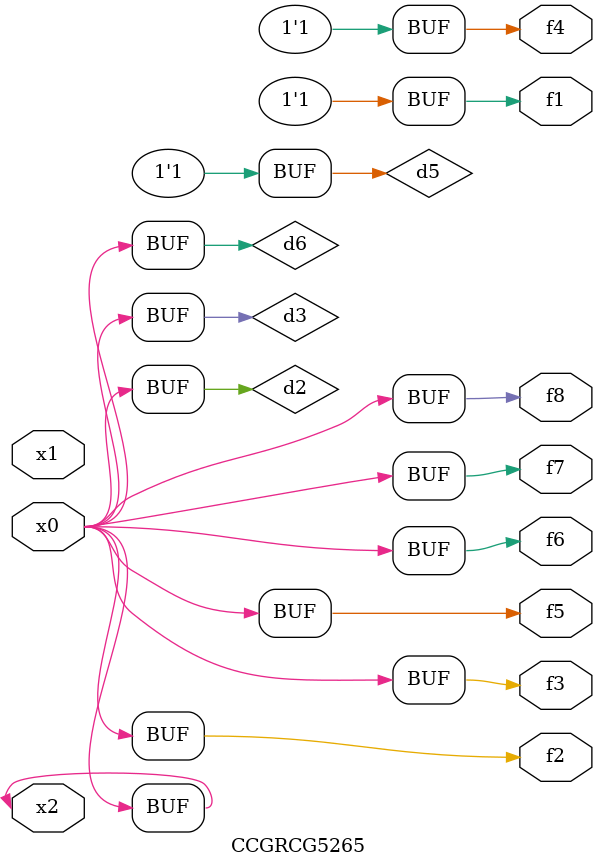
<source format=v>
module CCGRCG5265(
	input x0, x1, x2,
	output f1, f2, f3, f4, f5, f6, f7, f8
);

	wire d1, d2, d3, d4, d5, d6;

	xnor (d1, x2);
	buf (d2, x0, x2);
	and (d3, x0);
	xnor (d4, x1, x2);
	nand (d5, d1, d3);
	buf (d6, d2, d3);
	assign f1 = d5;
	assign f2 = d6;
	assign f3 = d6;
	assign f4 = d5;
	assign f5 = d6;
	assign f6 = d6;
	assign f7 = d6;
	assign f8 = d6;
endmodule

</source>
